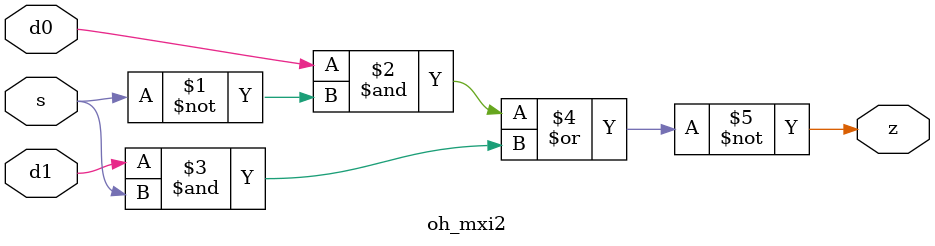
<source format=sv>

module oh_mxi2 #(parameter DW = 1 ) // array width
(
	input [DW-1:0]  d0,
	input [DW-1:0]  d1,
	input [DW-1:0]  s,
	output [DW-1:0] z
);

assign z = ~((d0 & ~s) | (d1 & s));

endmodule

</source>
